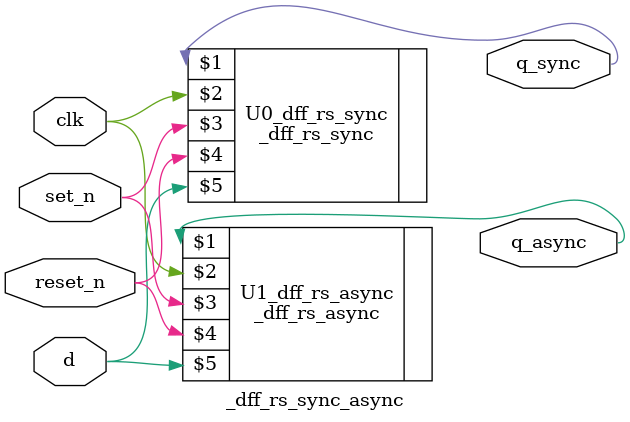
<source format=v>
module _dff_rs_sync_async(q_sync, q_async, clk, set_n, reset_n, d);		//compare sync and async
	input clk, set_n, reset_n, d;
	output q_sync, q_async;
	
	_dff_rs_sync U0_dff_rs_sync(q_sync, clk, set_n, reset_n, d);		//sync
	_dff_rs_async U1_dff_rs_async(q_async, clk, set_n, reset_n, d);	//async

endmodule

</source>
